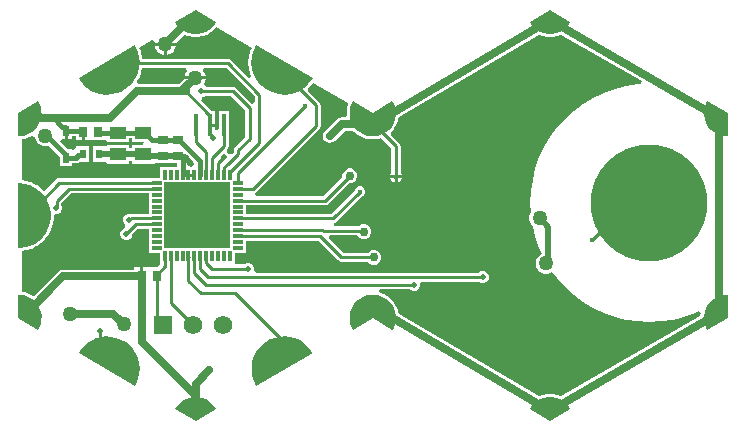
<source format=gbr>
G04*
G04 #@! TF.GenerationSoftware,Altium Limited,Altium Designer,25.8.1 (18)*
G04*
G04 Layer_Physical_Order=2*
G04 Layer_Color=16711680*
%FSLAX44Y44*%
%MOMM*%
G71*
G04*
G04 #@! TF.SameCoordinates,DC2A109C-38F9-4662-A5C9-921089D2BF11*
G04*
G04*
G04 #@! TF.FilePolarity,Positive*
G04*
G01*
G75*
%ADD15C,0.2540*%
G04:AMPARAMS|DCode=18|XSize=1mm|YSize=1mm|CornerRadius=0.5mm|HoleSize=0mm|Usage=FLASHONLY|Rotation=90.000|XOffset=0mm|YOffset=0mm|HoleType=Round|Shape=RoundedRectangle|*
%AMROUNDEDRECTD18*
21,1,1.0000,0.0000,0,0,90.0*
21,1,0.0000,1.0000,0,0,90.0*
1,1,1.0000,0.0000,0.0000*
1,1,1.0000,0.0000,0.0000*
1,1,1.0000,0.0000,0.0000*
1,1,1.0000,0.0000,0.0000*
%
%ADD18ROUNDEDRECTD18*%
G04:AMPARAMS|DCode=20|XSize=1mm|YSize=1mm|CornerRadius=0.5mm|HoleSize=0mm|Usage=FLASHONLY|Rotation=210.000|XOffset=0mm|YOffset=0mm|HoleType=Round|Shape=RoundedRectangle|*
%AMROUNDEDRECTD20*
21,1,1.0000,0.0000,0,0,210.0*
21,1,0.0000,1.0000,0,0,210.0*
1,1,1.0000,0.0000,0.0000*
1,1,1.0000,0.0000,0.0000*
1,1,1.0000,0.0000,0.0000*
1,1,1.0000,0.0000,0.0000*
%
%ADD20ROUNDEDRECTD20*%
G04:AMPARAMS|DCode=21|XSize=1mm|YSize=1mm|CornerRadius=0.5mm|HoleSize=0mm|Usage=FLASHONLY|Rotation=150.000|XOffset=0mm|YOffset=0mm|HoleType=Round|Shape=RoundedRectangle|*
%AMROUNDEDRECTD21*
21,1,1.0000,0.0000,0,0,150.0*
21,1,0.0000,1.0000,0,0,150.0*
1,1,1.0000,0.0000,0.0000*
1,1,1.0000,0.0000,0.0000*
1,1,1.0000,0.0000,0.0000*
1,1,1.0000,0.0000,0.0000*
%
%ADD21ROUNDEDRECTD21*%
%ADD27R,0.8900X0.6400*%
%ADD36R,1.5700X1.5700*%
%ADD37C,1.5700*%
%ADD38C,0.5080*%
%ADD39C,0.3810*%
%ADD40C,0.6350*%
%ADD41C,0.5080*%
%ADD42C,1.2700*%
%ADD43C,0.7620*%
%ADD44C,0.3810*%
%ADD45C,9.9060*%
%ADD46R,1.3970X1.0922*%
%ADD47R,0.5000X0.9000*%
%ADD48R,0.6000X0.8000*%
%ADD49R,0.8000X0.9500*%
%ADD50R,0.3000X0.8500*%
%ADD51R,0.8500X0.3000*%
%ADD52R,5.7000X5.7000*%
%ADD53R,0.4001X1.9000*%
G36*
X164770Y163820D02*
X163932Y162284D01*
X161738Y159559D01*
X159094Y157268D01*
X156085Y155483D01*
X152806Y154263D01*
X149363Y153644D01*
X145864Y153648D01*
X142422Y154275D01*
X139146Y155503D01*
X136141Y157294D01*
X133503Y159592D01*
X131315Y162322D01*
X130481Y163860D01*
X130481Y163860D01*
X147613Y173750D01*
X164770Y163820D01*
D02*
G37*
G36*
X-135230D02*
X-136067Y162284D01*
X-138261Y159559D01*
X-140905Y157268D01*
X-143914Y155483D01*
X-147193Y154263D01*
X-150637Y153644D01*
X-154135Y153648D01*
X-157577Y154275D01*
X-160853Y155503D01*
X-163858Y157294D01*
X-166497Y159592D01*
X-168685Y162322D01*
X-169518Y163860D01*
X-169518Y163860D01*
X-152387Y173750D01*
X-135230Y163820D01*
D02*
G37*
G36*
X225418Y113554D02*
X224821Y111085D01*
X221927Y110943D01*
X212146Y109492D01*
X202554Y107089D01*
X193244Y103758D01*
X184305Y99530D01*
X175824Y94447D01*
X167881Y88557D01*
X160555Y81916D01*
X153914Y74590D01*
X148024Y66647D01*
X142940Y58166D01*
X138713Y49227D01*
X135381Y39917D01*
X132979Y30325D01*
X131528Y20544D01*
X131043Y10668D01*
X131412Y3144D01*
X130526Y1608D01*
X129920Y-653D01*
Y-2994D01*
X130526Y-5255D01*
X131696Y-7282D01*
X132905Y-8491D01*
X132979Y-8989D01*
X135381Y-18581D01*
X138713Y-27891D01*
X140794Y-32292D01*
X138964Y-33348D01*
X137309Y-35004D01*
X136139Y-37031D01*
X135533Y-39292D01*
Y-41632D01*
X136139Y-43894D01*
X137309Y-45921D01*
X138964Y-47576D01*
X140991Y-48746D01*
X143252Y-49352D01*
X145593D01*
X147854Y-48746D01*
X149757Y-47648D01*
X153914Y-53254D01*
X160555Y-60580D01*
X167881Y-67221D01*
X175824Y-73111D01*
X184305Y-78195D01*
X193244Y-82422D01*
X202554Y-85754D01*
X212146Y-88156D01*
X221927Y-89607D01*
X231803Y-90092D01*
X241679Y-89607D01*
X251460Y-88156D01*
X261052Y-85754D01*
X270362Y-82422D01*
X273423Y-80975D01*
X275361Y-82408D01*
X275096Y-84880D01*
X156950Y-153074D01*
X153686Y-151850D01*
X153456Y-151812D01*
X153240Y-151727D01*
X149798Y-151100D01*
X149565Y-151104D01*
X149338Y-151059D01*
X145839Y-151054D01*
X145611Y-151100D01*
X145378Y-151095D01*
X141935Y-151713D01*
X141718Y-151798D01*
X141489Y-151835D01*
X138345Y-153006D01*
X19459Y-83178D01*
X19127Y-81211D01*
X19044Y-80994D01*
X19009Y-80764D01*
X17823Y-77473D01*
X17703Y-77273D01*
X17628Y-77053D01*
X15875Y-74025D01*
X15722Y-73851D01*
X15609Y-73647D01*
X13346Y-70980D01*
X13163Y-70835D01*
X13016Y-70655D01*
X10314Y-68432D01*
X10109Y-68322D01*
X9932Y-68172D01*
X6878Y-66465D01*
X6657Y-66393D01*
X6456Y-66276D01*
X3147Y-65140D01*
X3365Y-62606D01*
X29502D01*
X29912Y-63016D01*
X31779Y-63789D01*
X33800D01*
X35668Y-63016D01*
X37097Y-61587D01*
X37870Y-59720D01*
Y-57699D01*
X38834Y-56256D01*
X87288D01*
X87710Y-56678D01*
X89577Y-57451D01*
X91598D01*
X93465Y-56678D01*
X94894Y-55249D01*
X95668Y-53382D01*
Y-51361D01*
X94894Y-49494D01*
X93465Y-48065D01*
X91598Y-47291D01*
X89577D01*
X87710Y-48065D01*
X87288Y-48487D01*
X-100978D01*
X-102846Y-46358D01*
Y-44337D01*
X-103619Y-42470D01*
X-105048Y-41041D01*
X-106915Y-40268D01*
X-108936D01*
X-110803Y-41041D01*
X-111226Y-41463D01*
X-116927D01*
X-119365Y-41218D01*
Y-31468D01*
X-109615D01*
Y-21393D01*
X-48366D01*
X-31757Y-38002D01*
X-30497Y-38844D01*
X-29010Y-39139D01*
X-6630D01*
X-5131Y-40638D01*
X-2797Y-41605D01*
X-271D01*
X2063Y-40638D01*
X3849Y-38852D01*
X4816Y-36518D01*
Y-33992D01*
X3849Y-31658D01*
X2063Y-29872D01*
X-271Y-28905D01*
X-2797D01*
X-5131Y-29872D01*
X-6630Y-31370D01*
X-27401D01*
X-39830Y-18941D01*
X-38858Y-16594D01*
X-15612D01*
X-15329Y-17279D01*
X-13543Y-19065D01*
X-11209Y-20032D01*
X-8683D01*
X-6349Y-19065D01*
X-4562Y-17279D01*
X-3596Y-14945D01*
Y-12419D01*
X-4562Y-10085D01*
X-6349Y-8298D01*
X-8683Y-7332D01*
X-11209D01*
X-13543Y-8298D01*
X-14069Y-8825D01*
X-35232D01*
X-35482Y-6285D01*
X-34497Y-6089D01*
X-33237Y-5247D01*
X-12080Y15910D01*
X-10727Y16470D01*
X-9477Y17721D01*
X-8800Y19354D01*
Y21123D01*
X-9477Y22757D01*
X-10727Y24007D01*
X-12361Y24684D01*
X-14129D01*
X-15763Y24007D01*
X-17013Y22757D01*
X-17573Y21404D01*
X-37592Y1385D01*
X-109615D01*
Y8687D01*
X-42668D01*
X-41182Y8983D01*
X-39922Y9825D01*
X-22573Y27174D01*
X-20453D01*
X-18119Y28141D01*
X-16333Y29927D01*
X-15366Y32261D01*
Y34787D01*
X-16333Y37121D01*
X-18119Y38907D01*
X-20453Y39874D01*
X-22979D01*
X-25313Y38907D01*
X-27099Y37121D01*
X-28066Y34787D01*
Y32668D01*
X-44278Y16457D01*
X-100852D01*
X-102066Y18809D01*
X-102037Y18997D01*
X-100921Y19742D01*
X-47527Y73136D01*
X-46684Y74397D01*
X-46389Y75883D01*
Y93276D01*
X-46684Y94762D01*
X-47527Y96023D01*
X-56922Y105418D01*
X-56874Y107957D01*
X-55385Y109337D01*
X-55264Y109504D01*
X-55107Y109639D01*
X-53051Y112262D01*
X-22928Y94871D01*
X-23668Y92960D01*
X-23708Y92731D01*
X-23796Y92516D01*
X-24458Y89080D01*
X-24457Y88848D01*
X-24505Y88620D01*
X-24545Y85122D01*
X-26297Y83348D01*
X-28637D01*
X-30867Y82904D01*
X-32757Y81641D01*
X-43003Y71396D01*
X-44266Y69506D01*
X-44709Y67276D01*
X-44266Y65046D01*
X-43003Y63155D01*
X-41112Y61892D01*
X-38882Y61449D01*
X-36652Y61892D01*
X-34762Y63155D01*
X-26223Y71694D01*
X-18752D01*
X-18146Y70980D01*
X-17964Y70835D01*
X-17817Y70655D01*
X-15115Y68432D01*
X-14910Y68322D01*
X-14733Y68172D01*
X-11679Y66465D01*
X-11458Y66393D01*
X-11257Y66276D01*
X-7948Y65140D01*
X-7717Y65109D01*
X-7499Y65029D01*
X-4041Y64499D01*
X-3808Y64510D01*
X-3579Y64471D01*
X-2400Y64502D01*
X-1221Y64471D01*
X-992Y64510D01*
X-760Y64499D01*
X2698Y65029D01*
X2917Y65109D01*
X3147Y65140D01*
X4681Y65667D01*
X13432Y56916D01*
Y36309D01*
X13010Y35887D01*
X12344Y34280D01*
X22289D01*
X21623Y35887D01*
X21201Y36309D01*
Y58526D01*
X20905Y60012D01*
X20063Y61272D01*
X12990Y68345D01*
X13346Y70980D01*
X15609Y73647D01*
X15722Y73851D01*
X15875Y74025D01*
X17628Y77053D01*
X17703Y77273D01*
X17823Y77472D01*
X19009Y80764D01*
X19044Y80994D01*
X19127Y81211D01*
X19459Y83178D01*
X138378Y153025D01*
X141513Y151850D01*
X141742Y151812D01*
X141959Y151727D01*
X145401Y151100D01*
X145633Y151104D01*
X145861Y151059D01*
X149360Y151054D01*
X149588Y151100D01*
X149820Y151095D01*
X153264Y151713D01*
X153480Y151798D01*
X153710Y151835D01*
X156984Y153055D01*
X225418Y113554D01*
D02*
G37*
G36*
X-104955Y142228D02*
X-106193Y139155D01*
X-106232Y138952D01*
X-106316Y138763D01*
X-107291Y134491D01*
X-107297Y134284D01*
X-107350Y134085D01*
X-107636Y129713D01*
X-107610Y129507D01*
X-107631Y129302D01*
X-107222Y124939D01*
X-107163Y124741D01*
X-107151Y124534D01*
X-106057Y120292D01*
X-105967Y120105D01*
X-105923Y119903D01*
X-105166Y118167D01*
X-107302Y116711D01*
X-122286Y131696D01*
X-123547Y132538D01*
X-125033Y132833D01*
X-197422D01*
X-197500Y134036D01*
X-197553Y134235D01*
X-197559Y134442D01*
X-198531Y138715D01*
X-198615Y138904D01*
X-198654Y139107D01*
X-199897Y142198D01*
X-189097Y148434D01*
X-186916Y146760D01*
X-187046Y146272D01*
X-168672D01*
X-161827Y153118D01*
X-161762Y153078D01*
X-158486Y151850D01*
X-158257Y151812D01*
X-158041Y151727D01*
X-154599Y151100D01*
X-154366Y151104D01*
X-154138Y151059D01*
X-150640Y151054D01*
X-150411Y151100D01*
X-150179Y151095D01*
X-146735Y151713D01*
X-146519Y151798D01*
X-146289Y151835D01*
X-143011Y153056D01*
X-142813Y153178D01*
X-142593Y153256D01*
X-139584Y155040D01*
X-139411Y155196D01*
X-139209Y155311D01*
X-136565Y157602D01*
X-136423Y157786D01*
X-136244Y157935D01*
X-134948Y159545D01*
X-104955Y142228D01*
D02*
G37*
G36*
X-102375Y100797D02*
Y95863D01*
X-104915Y94811D01*
X-117883Y107779D01*
X-119143Y108621D01*
X-120630Y108917D01*
X-143207D01*
X-145223Y111109D01*
X-145208Y112071D01*
X-144566Y113184D01*
X-143987Y115345D01*
X-162361D01*
X-166776Y110930D01*
X-200786D01*
X-202181Y113458D01*
X-200884Y115478D01*
X-200808Y115670D01*
X-200690Y115840D01*
X-198936Y119855D01*
X-198892Y120057D01*
X-198802Y120244D01*
X-197705Y124486D01*
X-197693Y124692D01*
X-197634Y124890D01*
X-197618Y125064D01*
X-160566D01*
X-159514Y122524D01*
X-159964Y122074D01*
X-161134Y120047D01*
X-161713Y117885D01*
X-143987D01*
X-144566Y120047D01*
X-145736Y122074D01*
X-146187Y122524D01*
X-145134Y125064D01*
X-126642D01*
X-102375Y100797D01*
D02*
G37*
G36*
X-53382Y116601D02*
X-54443Y114685D01*
X-57145Y111236D01*
X-60359Y108258D01*
X-64004Y105827D01*
X-67987Y104003D01*
X-72209Y102831D01*
X-76563Y102343D01*
X-80940Y102550D01*
X-85228Y103447D01*
X-89321Y105010D01*
X-93115Y107202D01*
X-96514Y109967D01*
X-99432Y113234D01*
X-101798Y116923D01*
X-103549Y120939D01*
X-104643Y125181D01*
X-105052Y129543D01*
X-104766Y133915D01*
X-103791Y138187D01*
X-102153Y142250D01*
X-101023Y144127D01*
X-101023D01*
X-53382Y116601D01*
D02*
G37*
G36*
X-202692Y142205D02*
X-201056Y138140D01*
X-200084Y133868D01*
X-199801Y129496D01*
X-200212Y125134D01*
X-201309Y120892D01*
X-203063Y116877D01*
X-205431Y113190D01*
X-208351Y109925D01*
X-211752Y107162D01*
X-215547Y104973D01*
X-219641Y103411D01*
X-223930Y102517D01*
X-228307Y102313D01*
X-232660Y102804D01*
X-236882Y103978D01*
X-240864Y105805D01*
X-244507Y108239D01*
X-247719Y111219D01*
X-250419Y114669D01*
X-251479Y116586D01*
X-251479Y116586D01*
X-203821Y144082D01*
X-202692Y142205D01*
D02*
G37*
G36*
X-2400Y87176D02*
X14278Y96781D01*
X15189Y95288D01*
X16452Y92025D01*
X17114Y88590D01*
X17155Y85092D01*
X16573Y81642D01*
X15387Y78351D01*
X13634Y75323D01*
X11371Y72655D01*
X8669Y70432D01*
X5615Y68726D01*
X2306Y67589D01*
X-1152Y67059D01*
X-2400Y67093D01*
X-3649Y67059D01*
X-7107Y67589D01*
X-10416Y68726D01*
X-13470Y70432D01*
X-16171Y72655D01*
X-18435Y75323D01*
X-20187Y78351D01*
X-21374Y81642D01*
X-21956Y85092D01*
X-21915Y88590D01*
X-21253Y92025D01*
X-19990Y95288D01*
X-19079Y96781D01*
Y96781D01*
X-2400Y87176D01*
D02*
G37*
G36*
X-284777Y95288D02*
X-283514Y92025D01*
X-282852Y88590D01*
X-282811Y85092D01*
X-283393Y81642D01*
X-284580Y78351D01*
X-286332Y75323D01*
X-288596Y72655D01*
X-291297Y70432D01*
X-294351Y68726D01*
X-297660Y67589D01*
X-301118Y67059D01*
X-302867Y67106D01*
X-302867Y67106D01*
Y86888D01*
X-285688Y96781D01*
X-284777Y95288D01*
D02*
G37*
G36*
X298113Y86865D02*
X298091Y67041D01*
X296342Y66999D01*
X292885Y67536D01*
X289579Y68680D01*
X286529Y70394D01*
X283833Y72623D01*
X281575Y75296D01*
X279830Y78328D01*
X278651Y81622D01*
X278077Y85073D01*
X278126Y88571D01*
X278796Y92005D01*
X280066Y95265D01*
X280981Y96756D01*
X280981D01*
X298113Y86865D01*
D02*
G37*
G36*
X-110349Y89258D02*
Y66681D01*
X-118898Y58131D01*
X-119740Y56871D01*
X-120036Y55385D01*
Y53928D01*
X-121657Y52307D01*
X-124384Y52253D01*
X-125813Y53682D01*
X-126079Y55019D01*
X-125442Y56278D01*
X-124665Y57442D01*
X-124369Y58929D01*
Y64453D01*
X-123870D01*
Y88533D01*
X-132950D01*
Y73825D01*
X-134329Y72626D01*
X-135491Y72385D01*
X-135869Y72802D01*
Y75223D01*
X-140409D01*
Y77763D01*
X-135869D01*
Y88533D01*
X-138677D01*
X-147556Y97412D01*
X-147365Y98517D01*
X-146684Y100132D01*
X-145250Y100726D01*
X-144828Y101148D01*
X-122239D01*
X-110349Y89258D01*
D02*
G37*
G36*
X-260658Y64913D02*
X-256888D01*
Y67421D01*
X-253836D01*
Y63830D01*
X-248566D01*
Y71120D01*
X-246026D01*
Y63830D01*
X-228256D01*
X-227711Y62230D01*
X-208661D01*
Y65699D01*
X-206121D01*
Y62230D01*
X-195766D01*
X-197124Y59690D01*
X-206121D01*
Y56869D01*
X-208661D01*
Y59690D01*
X-227711D01*
Y59690D01*
X-228506Y58610D01*
X-239586D01*
Y45530D01*
X-228506D01*
X-227711Y43688D01*
X-208661D01*
Y46509D01*
X-206121D01*
Y43688D01*
X-187071D01*
Y44316D01*
X-167937D01*
Y41362D01*
X-182445D01*
Y31612D01*
X-186124D01*
X-186901Y31767D01*
X-267619D01*
X-269106Y31471D01*
X-270366Y30629D01*
X-280441Y20554D01*
X-282909Y22978D01*
X-283082Y23092D01*
X-283224Y23242D01*
X-286796Y25780D01*
X-286985Y25865D01*
X-287149Y25991D01*
X-291077Y27931D01*
X-291277Y27985D01*
X-291459Y28084D01*
X-295645Y29378D01*
X-295851Y29399D01*
X-296046Y29468D01*
X-299300Y29930D01*
Y64718D01*
X-297268Y65029D01*
X-297049Y65109D01*
X-296819Y65140D01*
X-293510Y66276D01*
X-293309Y66393D01*
X-293088Y66465D01*
X-291030Y67615D01*
X-288703Y66560D01*
X-288428Y66227D01*
X-288426Y66225D01*
X-287885Y64203D01*
X-286714Y62175D01*
X-285059Y60520D01*
X-283032Y59350D01*
X-280771Y58744D01*
X-278430D01*
X-276615Y59230D01*
X-266968Y49584D01*
Y41913D01*
X-256888D01*
Y44421D01*
X-254057D01*
X-252322Y44766D01*
X-251179Y45530D01*
X-242506D01*
Y58610D01*
X-253586D01*
Y57263D01*
X-256046Y55599D01*
X-256889Y55993D01*
Y55993D01*
X-256889Y55993D01*
X-260559D01*
X-266939Y62373D01*
X-265887Y64913D01*
X-263198D01*
Y71953D01*
X-260658D01*
Y64913D01*
D02*
G37*
G36*
X-192195Y13532D02*
Y1456D01*
X-207096D01*
X-207685Y1339D01*
X-207968Y1456D01*
X-209989D01*
X-211856Y683D01*
X-213285Y-746D01*
X-214059Y-2613D01*
Y-4634D01*
X-213285Y-6501D01*
X-211856Y-7930D01*
X-211804Y-8171D01*
X-211872Y-9863D01*
X-212099Y-10579D01*
X-213765Y-11269D01*
X-215194Y-12698D01*
X-215967Y-14565D01*
Y-16586D01*
X-215194Y-18453D01*
X-213765Y-19882D01*
X-211898Y-20655D01*
X-209877D01*
X-208010Y-19882D01*
X-206581Y-18453D01*
X-205807Y-16586D01*
Y-15989D01*
X-201211Y-11393D01*
X-192195D01*
Y-21468D01*
Y-31468D01*
X-182445D01*
Y-41218D01*
X-183876Y-43166D01*
X-184220Y-43510D01*
X-196496D01*
Y-50800D01*
X-199036D01*
Y-43510D01*
X-204306D01*
Y-45723D01*
X-264417D01*
X-266647Y-46167D01*
X-268538Y-47430D01*
X-289570Y-68462D01*
X-289647Y-68398D01*
X-289851Y-68288D01*
X-290028Y-68137D01*
X-293078Y-66423D01*
X-293299Y-66350D01*
X-293500Y-66233D01*
X-296806Y-65089D01*
X-297036Y-65057D01*
X-297255Y-64977D01*
X-299300Y-64659D01*
Y-29990D01*
X-296064Y-29533D01*
X-295869Y-29464D01*
X-295663Y-29443D01*
X-291476Y-28151D01*
X-291294Y-28053D01*
X-291094Y-27999D01*
X-287165Y-26061D01*
X-287001Y-25935D01*
X-286812Y-25851D01*
X-283239Y-23315D01*
X-283097Y-23165D01*
X-282924Y-23052D01*
X-279796Y-19983D01*
X-279680Y-19812D01*
X-279527Y-19672D01*
X-276925Y-16147D01*
X-276837Y-15960D01*
X-276707Y-15798D01*
X-274696Y-11906D01*
X-274639Y-11707D01*
X-274537Y-11527D01*
X-273167Y-7366D01*
X-273141Y-7160D01*
X-273069Y-6966D01*
X-272375Y-2640D01*
X-272382Y-2433D01*
X-272342Y-2230D01*
X-272341Y440D01*
X-271432Y1047D01*
X-269411D01*
X-267544Y1821D01*
X-266115Y3250D01*
X-265342Y5117D01*
Y7138D01*
X-266058Y8868D01*
Y10868D01*
X-258239Y18687D01*
X-192195D01*
Y13532D01*
D02*
G37*
G36*
X-296410Y26904D02*
X-292224Y25609D01*
X-288296Y23669D01*
X-284724Y21131D01*
X-281599Y18060D01*
X-278999Y14534D01*
X-276990Y10640D01*
X-275622Y6478D01*
X-274930Y2152D01*
X-274932Y-2230D01*
X-275626Y-6556D01*
X-276997Y-10717D01*
X-279008Y-14609D01*
X-281610Y-18134D01*
X-284737Y-21203D01*
X-288311Y-23738D01*
X-292240Y-25676D01*
X-296427Y-26968D01*
X-300765Y-27581D01*
X-302955Y-27541D01*
Y-27541D01*
X-302938Y27480D01*
X-300748Y27520D01*
X-296410Y26904D01*
D02*
G37*
G36*
X2306Y-67589D02*
X5615Y-68726D01*
X8669Y-70432D01*
X11371Y-72655D01*
X13634Y-75323D01*
X15387Y-78351D01*
X16573Y-81642D01*
X17155Y-85092D01*
X17114Y-88590D01*
X16452Y-92025D01*
X15189Y-95288D01*
X14278Y-96781D01*
X-2400Y-87176D01*
X-19079Y-96781D01*
X-19990Y-95288D01*
X-21253Y-92025D01*
X-21915Y-88590D01*
X-21956Y-85092D01*
X-21374Y-81642D01*
X-20187Y-78351D01*
X-18435Y-75323D01*
X-16171Y-72655D01*
X-13470Y-70432D01*
X-10416Y-68726D01*
X-7107Y-67589D01*
X-3649Y-67059D01*
X-2400Y-67093D01*
X-1152Y-67059D01*
X2306Y-67589D01*
D02*
G37*
G36*
X-297653Y-67536D02*
X-294347Y-68680D01*
X-291297Y-70394D01*
X-288600Y-72623D01*
X-286343Y-75296D01*
X-284597Y-78328D01*
X-283419Y-81622D01*
X-282845Y-85073D01*
X-282893Y-88571D01*
X-283564Y-92005D01*
X-284834Y-95265D01*
X-285749Y-96756D01*
Y-96756D01*
X-302880Y-86865D01*
X-302859Y-67041D01*
X-301110Y-66999D01*
X-297653Y-67536D01*
D02*
G37*
G36*
X298099Y-67106D02*
X298099D01*
Y-86888D01*
X280921Y-96781D01*
X280009Y-95288D01*
X278747Y-92025D01*
X278084Y-88590D01*
X278044Y-85092D01*
X278626Y-81642D01*
X279812Y-78351D01*
X281565Y-75323D01*
X283828Y-72655D01*
X286530Y-70432D01*
X289584Y-68726D01*
X292893Y-67589D01*
X296351Y-67059D01*
X298099Y-67106D01*
D02*
G37*
G36*
X14278Y-96781D02*
X14278D01*
D01*
X14278D01*
D02*
G37*
G36*
X-72140Y-102804D02*
X-67918Y-103978D01*
X-63936Y-105805D01*
X-60293Y-108239D01*
X-57081Y-111219D01*
X-54381Y-114669D01*
X-53321Y-116586D01*
X-100979Y-144082D01*
X-102108Y-142205D01*
X-103744Y-138140D01*
X-104716Y-133868D01*
X-105000Y-129496D01*
X-104588Y-125134D01*
X-103491Y-120892D01*
X-101737Y-116877D01*
X-99369Y-113190D01*
X-96449Y-109925D01*
X-93048Y-107162D01*
X-89253Y-104973D01*
X-85159Y-103411D01*
X-80870Y-102517D01*
X-76493Y-102313D01*
X-72140Y-102804D01*
D02*
G37*
G36*
X-223860Y-102550D02*
X-219572Y-103447D01*
X-215479Y-105011D01*
X-211685Y-107202D01*
X-208286Y-109967D01*
X-205368Y-113234D01*
X-203002Y-116923D01*
X-201251Y-120939D01*
X-200157Y-125181D01*
X-199748Y-129543D01*
X-200034Y-133915D01*
X-201009Y-138187D01*
X-202647Y-142250D01*
X-203777Y-144127D01*
Y-144127D01*
X-251418Y-116601D01*
X-250357Y-114685D01*
X-247655Y-111236D01*
X-244441Y-108259D01*
X-240796Y-105827D01*
X-236813Y-104003D01*
X-232591Y-102831D01*
X-228237Y-102343D01*
X-223860Y-102550D01*
D02*
G37*
G36*
X149334Y-153648D02*
X152776Y-154275D01*
X156052Y-155503D01*
X159057Y-157294D01*
X161696Y-159592D01*
X163884Y-162322D01*
X164718Y-163860D01*
X164718D01*
X147586Y-173750D01*
X130429Y-163820D01*
X131266Y-162284D01*
X133461Y-159559D01*
X136105Y-157268D01*
X139114Y-155483D01*
X142392Y-154263D01*
X145836Y-153644D01*
X149334Y-153648D01*
D02*
G37*
G36*
X-150665D02*
X-147223Y-154275D01*
X-143947Y-155503D01*
X-140942Y-157294D01*
X-138303Y-159592D01*
X-136116Y-162322D01*
X-135282Y-163860D01*
X-135282D01*
X-152413Y-173750D01*
X-169570Y-163820D01*
X-168733Y-162284D01*
X-166539Y-159559D01*
X-163895Y-157268D01*
X-160886Y-155483D01*
X-157607Y-154263D01*
X-154164Y-153644D01*
X-150665Y-153648D01*
D02*
G37*
%LPC*%
G36*
X22289Y31740D02*
X18586D01*
Y28037D01*
X20194Y28703D01*
X21623Y30132D01*
X22289Y31740D01*
D02*
G37*
G36*
X16046D02*
X12344D01*
X13010Y30132D01*
X14439Y28703D01*
X16046Y28037D01*
Y31740D01*
D02*
G37*
G36*
X-169320Y143733D02*
X-176913D01*
Y136139D01*
X-174751Y136718D01*
X-172724Y137889D01*
X-171069Y139544D01*
X-169899Y141571D01*
X-169320Y143733D01*
D02*
G37*
G36*
X-179453D02*
X-187046D01*
X-186467Y141571D01*
X-185297Y139544D01*
X-183641Y137889D01*
X-181614Y136718D01*
X-179453Y136139D01*
Y143733D01*
D02*
G37*
%LPD*%
D15*
X-133296Y34572D02*
Y44771D01*
X-128691Y49376D01*
X-173282Y-74300D02*
Y-34428D01*
Y-74300D02*
X-154578Y-93003D01*
X-80899Y-123901D02*
Y-103768D01*
X-118807Y-65860D02*
X-80899Y-103768D01*
X-148036Y-65860D02*
X-118807D01*
X-158647Y-55249D02*
X-148036Y-65860D01*
X-158405Y-34428D02*
X-157793Y-35040D01*
X-158405Y-34428D02*
X-158405Y-34428D01*
X-158647Y-55249D02*
Y-34428D01*
X-166287Y50056D02*
X-163405Y47174D01*
X-196596Y51689D02*
X-194963Y50056D01*
X-234046Y52070D02*
X-233665Y51689D01*
X-154151Y34572D02*
X-153715Y34136D01*
X-158405Y34572D02*
X-154151D01*
X-163405D02*
X-158405D01*
X-152252Y62238D02*
Y76476D01*
Y62238D02*
X-143456Y53442D01*
Y34572D02*
Y53442D01*
X-143793Y-58721D02*
X32856D01*
X-153485Y-49029D02*
X-143793Y-58721D01*
X-153485Y-49029D02*
Y-34428D01*
X-106464Y65072D02*
Y90867D01*
X-120630Y105032D02*
X-106464Y90867D01*
X-116152Y55385D02*
X-106464Y65072D01*
X-116152Y52319D02*
Y55385D01*
X-125222Y43893D02*
X-124578D01*
X-116152Y52319D01*
X-128405Y40710D02*
X-125222Y43893D01*
X-128405Y34572D02*
Y40710D01*
X-148127Y105032D02*
X-120630D01*
X-138508Y66261D02*
Y67092D01*
X-140253Y68837D02*
X-138508Y67092D01*
Y66261D02*
X-138022Y65775D01*
X-140253Y68837D02*
Y76476D01*
X-141139Y77363D02*
X-140253Y76476D01*
X17316Y33010D02*
Y58526D01*
X-1679Y77521D02*
X17316Y58526D01*
X-141139Y77363D02*
Y85502D01*
X-160741Y105103D02*
X-141139Y85502D01*
X-165722Y105103D02*
X-164362D01*
X-261928Y71953D02*
Y73953D01*
X-248129Y71953D02*
X-247296Y71120D01*
X-263158Y75183D02*
X-261928Y73953D01*
X-198516Y-51550D02*
X-197766Y-50800D01*
X-152400Y-165199D02*
Y-163180D01*
X-295501Y0D02*
X-267619Y27882D01*
X-186901D01*
X-42668Y12572D02*
X-21716Y33524D01*
X-116405Y12572D02*
X-42668D01*
X-141628Y-52371D02*
X90588D01*
X-148405Y-45594D02*
X-141628Y-52371D01*
X-148405Y-45594D02*
Y-34428D01*
X-223901Y-123901D02*
Y-113996D01*
X-232986Y-104911D02*
Y-97764D01*
Y-104911D02*
X-223901Y-113996D01*
X-202820Y-7508D02*
X-185405D01*
X-210887Y-15575D02*
X-202820Y-7508D01*
X-143405Y-40588D02*
Y-34428D01*
X-138646Y-45348D02*
X-107926D01*
X-143405Y-40588D02*
X-138646Y-45348D01*
X-138376Y48806D02*
X-128254Y58929D01*
Y76476D01*
X-138376Y34500D02*
Y48806D01*
X-269943Y12477D02*
X-259848Y22572D01*
X-270422Y6127D02*
X-269943Y6606D01*
Y12477D01*
X-259848Y22572D02*
X-185405D01*
X-167537Y64056D02*
X-166287D01*
X-196596Y70231D02*
X-195072D01*
X-234796Y71120D02*
X-233907Y70231D01*
X-185266Y-87716D02*
X-179978Y-93003D01*
X-185266Y-87716D02*
Y-50800D01*
Y-50050D02*
X-178376Y-43160D01*
Y-34500D01*
X-116405Y-17508D02*
X-46757D01*
X-29010Y-35255D01*
X-1534D01*
X-110184Y22489D02*
X-103667D01*
X-50273Y75883D01*
Y93276D01*
X-80899Y123901D02*
X-50273Y93276D01*
X-116376Y22500D02*
X-110238D01*
X-208979Y-3624D02*
X-208291D01*
X-207096Y-2428D01*
X-185405D01*
X-10918Y-12710D02*
X-9946Y-13682D01*
X-116405Y-12428D02*
X-44653D01*
X-44371Y-12710D02*
X-10918D01*
X-44653Y-12428D02*
X-44371Y-12710D01*
X-35984Y-2500D02*
X-13245Y20239D01*
X-116376Y-2500D02*
X-35984D01*
X-116376Y36150D02*
X-60170Y92355D01*
X-116376Y27500D02*
Y36150D01*
X-119038Y41070D02*
X-118949D01*
X-98490Y61529D01*
X-123376Y34500D02*
Y36731D01*
X-119038Y41070D01*
X-218683Y128949D02*
X-125033D01*
X-98490Y102406D01*
X-223901Y123901D02*
X-223731D01*
X-218683Y128949D01*
X-98490Y61529D02*
Y102406D01*
X-248969Y51147D02*
X-248046Y52070D01*
X183162Y-20681D02*
X214511Y10668D01*
X231803D01*
X182819Y-20681D02*
X183162D01*
D18*
X-1679Y77521D02*
D03*
Y-77521D02*
D03*
X-80899Y-123901D02*
D03*
X290700Y-82601D02*
D03*
X-295468Y82601D02*
D03*
X-223901Y123901D02*
D03*
D20*
X147599Y165199D02*
D03*
Y-165199D02*
D03*
X-152400Y165199D02*
D03*
Y-165199D02*
D03*
X-223901Y-123901D02*
D03*
X-80899Y123901D02*
D03*
D21*
X-295501Y0D02*
D03*
X-295468Y-82601D02*
D03*
X290700Y82601D02*
D03*
D27*
X-180237Y64056D02*
D03*
Y50056D02*
D03*
X-167537D02*
D03*
Y64056D02*
D03*
D36*
X-179978Y-93003D02*
D03*
D37*
X-154578D02*
D03*
X-129178D02*
D03*
D38*
X-161505Y49396D02*
X-156120Y44010D01*
X-166877Y49396D02*
X-161505D01*
X146363Y-36460D02*
Y-9377D01*
X144423Y-40462D02*
Y-38400D01*
X138810Y-1824D02*
X146363Y-9377D01*
X144423Y-38400D02*
X146363Y-36460D01*
X-167537Y50056D02*
X-166877Y49396D01*
X-180237Y50056D02*
X-167537D01*
X-233665Y51689D02*
X-218186D01*
X-196596D01*
X-194963Y50056D02*
X-180237D01*
D39*
X-163405Y34572D02*
Y47174D01*
X-265158Y75183D02*
X-263158D01*
X-261928Y71953D02*
X-248129D01*
X-272576Y82601D02*
X-265158Y75183D01*
X-148536Y34572D02*
Y46305D01*
X-166287Y64056D02*
X-148536Y46305D01*
X-180237Y64056D02*
X-167537D01*
X-188897D02*
X-180237D01*
X-195072Y70231D02*
X-188897Y64056D01*
X-218186Y70231D02*
X-196596D01*
X-233907D02*
X-218186D01*
X-251863Y51147D02*
X-248969D01*
X-254057Y48953D02*
X-251863Y51147D01*
X-261928Y48953D02*
X-254057D01*
X-278609Y67634D02*
X-261928Y50953D01*
X-279600Y67634D02*
X-278609D01*
D40*
X-295468Y-82601D02*
X-264417Y-51550D01*
X147599Y165199D02*
X290700Y82601D01*
X-1679Y77521D02*
X147599Y165199D01*
X-28637Y77521D02*
X-1679D01*
X-38882Y67276D02*
X-28637Y77521D01*
X290700Y-82601D02*
Y82601D01*
X147599Y-165199D02*
X290700Y-82601D01*
X-1679Y-77521D02*
X147599Y-165199D01*
X-159989Y161642D02*
X-152400Y165199D01*
X-163667Y159518D02*
X-159989Y161642D01*
X-178183Y145002D02*
X-163667Y159518D01*
X-164362Y105103D02*
X-160741D01*
X-202152D02*
X-165722D01*
X-164362D02*
X-152850Y116615D01*
X-224654Y82601D02*
X-202152Y105103D01*
X-272576Y82601D02*
X-224654D01*
X-295468D02*
X-272576D01*
X-152400Y-142520D02*
X-141077Y-131197D01*
X-152400Y-152718D02*
Y-142520D01*
Y-163180D02*
Y-152718D01*
X-197766Y-107352D02*
X-152400Y-152718D01*
X-197766Y-107352D02*
Y-50800D01*
X-264417Y-51550D02*
X-198516D01*
X-221917Y-83112D02*
X-213376Y-91653D01*
X-258993Y-83112D02*
X-221917D01*
D41*
X-128691Y49376D02*
D03*
X-156120Y44010D02*
D03*
X32790Y-58709D02*
D03*
X-148127Y105032D02*
D03*
X-138022Y65775D02*
D03*
X17316Y33010D02*
D03*
X-38882Y67276D02*
D03*
X-141077Y-131197D02*
D03*
X-150905Y72D02*
D03*
X90588Y-52371D02*
D03*
X-232986Y-97764D02*
D03*
X-210887Y-15575D02*
D03*
X-107926Y-45348D02*
D03*
X-270422Y6127D02*
D03*
X-208979Y-3624D02*
D03*
D42*
X144423Y-40462D02*
D03*
X138810Y-1824D02*
D03*
X-152850Y116615D02*
D03*
X-178183Y145002D02*
D03*
X-279600Y67634D02*
D03*
X-213376Y-91653D02*
D03*
X-258993Y-83112D02*
D03*
D43*
X-21716Y33524D02*
D03*
X-1534Y-35255D02*
D03*
X-9946Y-13682D02*
D03*
D44*
X-13245Y20239D02*
D03*
X-60170Y92355D02*
D03*
X182819Y-20681D02*
D03*
D45*
X231803Y10668D02*
D03*
D46*
X-218186Y51689D02*
D03*
Y70231D02*
D03*
X-196596Y51689D02*
D03*
Y70231D02*
D03*
D47*
X-261928Y48953D02*
D03*
Y71953D02*
D03*
D48*
X-234046Y52070D02*
D03*
X-248046D02*
D03*
D49*
X-234796Y71120D02*
D03*
X-247296D02*
D03*
X-197766Y-50800D02*
D03*
X-185266D02*
D03*
D50*
X-178405Y34572D02*
D03*
X-173405D02*
D03*
X-168405D02*
D03*
X-163405D02*
D03*
X-158405D02*
D03*
X-153405D02*
D03*
X-133405D02*
D03*
X-128405D02*
D03*
X-123405D02*
D03*
Y-34428D02*
D03*
X-128405D02*
D03*
X-133405D02*
D03*
X-138405D02*
D03*
X-143405D02*
D03*
X-153405D02*
D03*
X-158405D02*
D03*
X-163405D02*
D03*
X-168405D02*
D03*
X-173405D02*
D03*
X-178405D02*
D03*
X-148405Y34572D02*
D03*
X-138405D02*
D03*
X-143405D02*
D03*
X-148405Y-34428D02*
D03*
D51*
X-116405Y27572D02*
D03*
Y22572D02*
D03*
Y17572D02*
D03*
Y12572D02*
D03*
Y7572D02*
D03*
Y2572D02*
D03*
Y-2428D02*
D03*
Y-7428D02*
D03*
Y-12428D02*
D03*
Y-17428D02*
D03*
Y-22428D02*
D03*
Y-27428D02*
D03*
X-185405D02*
D03*
Y-22428D02*
D03*
Y-17428D02*
D03*
Y-12428D02*
D03*
Y-7428D02*
D03*
Y-2428D02*
D03*
Y2572D02*
D03*
Y7572D02*
D03*
Y12572D02*
D03*
Y17572D02*
D03*
Y22572D02*
D03*
Y27572D02*
D03*
D52*
X-150905Y72D02*
D03*
D53*
X-128410Y76493D02*
D03*
X-140409D02*
D03*
X-152408D02*
D03*
M02*

</source>
